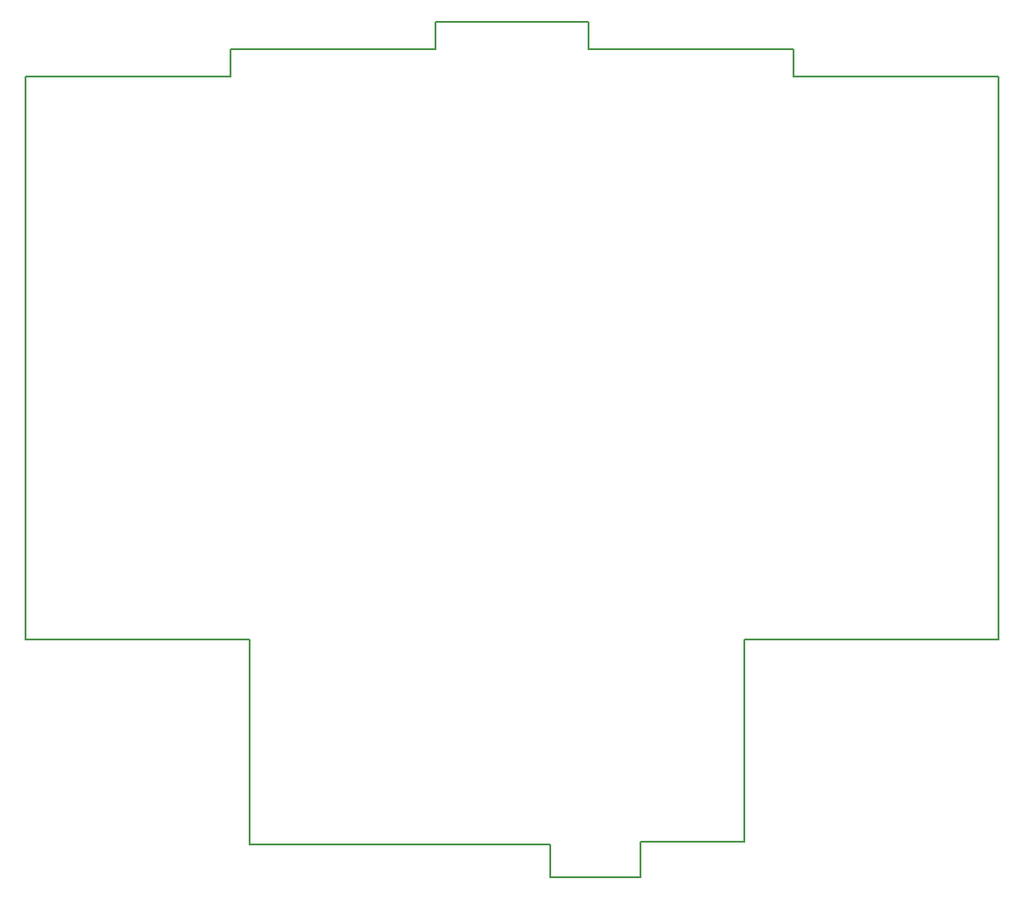
<source format=gbr>
%TF.GenerationSoftware,KiCad,Pcbnew,5.0.1-33cea8e~68~ubuntu18.04.1*%
%TF.CreationDate,2019-01-20T23:44:27+01:00*%
%TF.ProjectId,concertina-v2.1,636F6E63657274696E612D76322E312E,rev?*%
%TF.SameCoordinates,Original*%
%TF.FileFunction,Profile,NP*%
%FSLAX46Y46*%
G04 Gerber Fmt 4.6, Leading zero omitted, Abs format (unit mm)*
G04 Created by KiCad (PCBNEW 5.0.1-33cea8e~68~ubuntu18.04.1) date dim. 20 janv. 2019 23:44:27 CET*
%MOMM*%
%LPD*%
G01*
G04 APERTURE LIST*
%ADD10C,0.200000*%
G04 APERTURE END LIST*
D10*
X172212000Y-109220000D02*
X172212000Y-56896000D01*
X193040000Y-109220000D02*
X172212000Y-109220000D01*
X193040000Y-128270000D02*
X193040000Y-109220000D01*
X220980000Y-128270000D02*
X193040000Y-128270000D01*
X220980000Y-131318000D02*
X220980000Y-128270000D01*
X229362000Y-131318000D02*
X220980000Y-131318000D01*
X229362000Y-128016000D02*
X229362000Y-131318000D01*
X239014000Y-128016000D02*
X229362000Y-128016000D01*
X239014000Y-109220000D02*
X239014000Y-128016000D01*
X262636000Y-109220000D02*
X239014000Y-109220000D01*
X262636000Y-56896000D02*
X262636000Y-109220000D01*
X243586000Y-56896000D02*
X262636000Y-56896000D01*
X243586000Y-54356000D02*
X243586000Y-56896000D01*
X224536000Y-54356000D02*
X243586000Y-54356000D01*
X224536000Y-51816000D02*
X224536000Y-54356000D01*
X210312000Y-51816000D02*
X224536000Y-51816000D01*
X210312000Y-54356000D02*
X210312000Y-51816000D01*
X191262000Y-54356000D02*
X210312000Y-54356000D01*
X191262000Y-56896000D02*
X191262000Y-54356000D01*
X172212000Y-56896000D02*
X191262000Y-56896000D01*
M02*

</source>
